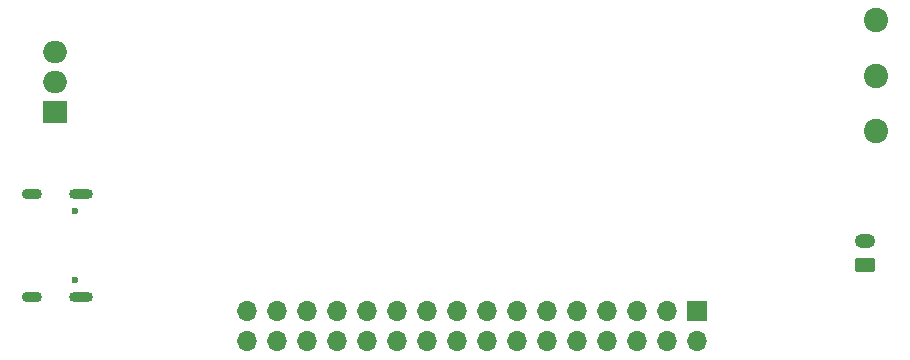
<source format=gbr>
%TF.GenerationSoftware,KiCad,Pcbnew,9.0.0*%
%TF.CreationDate,2025-04-08T12:05:04+02:00*%
%TF.ProjectId,EEE3088F Project PCB,45454533-3038-4384-9620-50726f6a6563,rev?*%
%TF.SameCoordinates,Original*%
%TF.FileFunction,Soldermask,Bot*%
%TF.FilePolarity,Negative*%
%FSLAX46Y46*%
G04 Gerber Fmt 4.6, Leading zero omitted, Abs format (unit mm)*
G04 Created by KiCad (PCBNEW 9.0.0) date 2025-04-08 12:05:04*
%MOMM*%
%LPD*%
G01*
G04 APERTURE LIST*
G04 Aperture macros list*
%AMRoundRect*
0 Rectangle with rounded corners*
0 $1 Rounding radius*
0 $2 $3 $4 $5 $6 $7 $8 $9 X,Y pos of 4 corners*
0 Add a 4 corners polygon primitive as box body*
4,1,4,$2,$3,$4,$5,$6,$7,$8,$9,$2,$3,0*
0 Add four circle primitives for the rounded corners*
1,1,$1+$1,$2,$3*
1,1,$1+$1,$4,$5*
1,1,$1+$1,$6,$7*
1,1,$1+$1,$8,$9*
0 Add four rect primitives between the rounded corners*
20,1,$1+$1,$2,$3,$4,$5,0*
20,1,$1+$1,$4,$5,$6,$7,0*
20,1,$1+$1,$6,$7,$8,$9,0*
20,1,$1+$1,$8,$9,$2,$3,0*%
G04 Aperture macros list end*
%ADD10O,1.700000X0.900000*%
%ADD11O,2.000000X0.900000*%
%ADD12C,0.600000*%
%ADD13R,1.700000X1.700000*%
%ADD14O,1.700000X1.700000*%
%ADD15C,2.057400*%
%ADD16R,2.000000X1.905000*%
%ADD17O,2.000000X1.905000*%
%ADD18RoundRect,0.250000X0.625000X-0.350000X0.625000X0.350000X-0.625000X0.350000X-0.625000X-0.350000X0*%
%ADD19O,1.750000X1.200000*%
G04 APERTURE END LIST*
D10*
%TO.C,J2*%
X154500000Y-113715000D03*
X154500000Y-105065000D03*
D11*
X158670000Y-113715000D03*
X158670000Y-105065000D03*
D12*
X158180000Y-112280000D03*
X158180000Y-106500000D03*
%TD*%
D13*
%TO.C,am1*%
X210820000Y-114960000D03*
D14*
X210820000Y-117500000D03*
X208280000Y-114960000D03*
X208280000Y-117500000D03*
X205740000Y-114960000D03*
X205740000Y-117500000D03*
X203200000Y-114960000D03*
X203200000Y-117500000D03*
X200660000Y-114960000D03*
X200660000Y-117500000D03*
X198120000Y-114960000D03*
X198120000Y-117500000D03*
X195580000Y-114960000D03*
X195580000Y-117500000D03*
X193040000Y-114960000D03*
X193040000Y-117500000D03*
X190500000Y-114960000D03*
X190500000Y-117500000D03*
X187960000Y-114960000D03*
X187960000Y-117500000D03*
X185420000Y-114960000D03*
X185420000Y-117500000D03*
X182880000Y-114960000D03*
X182880000Y-117500000D03*
X180340000Y-114960000D03*
X180340000Y-117500000D03*
X177800000Y-114960000D03*
X177800000Y-117500000D03*
X175260000Y-114960000D03*
X175260000Y-117500000D03*
X172720000Y-114960000D03*
X172720000Y-117500000D03*
%TD*%
D15*
%TO.C,SW1*%
X226000000Y-99699000D03*
X226000000Y-95000000D03*
X226000000Y-90301000D03*
%TD*%
D16*
%TO.C,U10*%
X156500000Y-98040000D03*
D17*
X156500000Y-95500000D03*
X156500000Y-92960000D03*
%TD*%
D18*
%TO.C,J1*%
X225050000Y-111000000D03*
D19*
X225050000Y-109000000D03*
%TD*%
M02*

</source>
